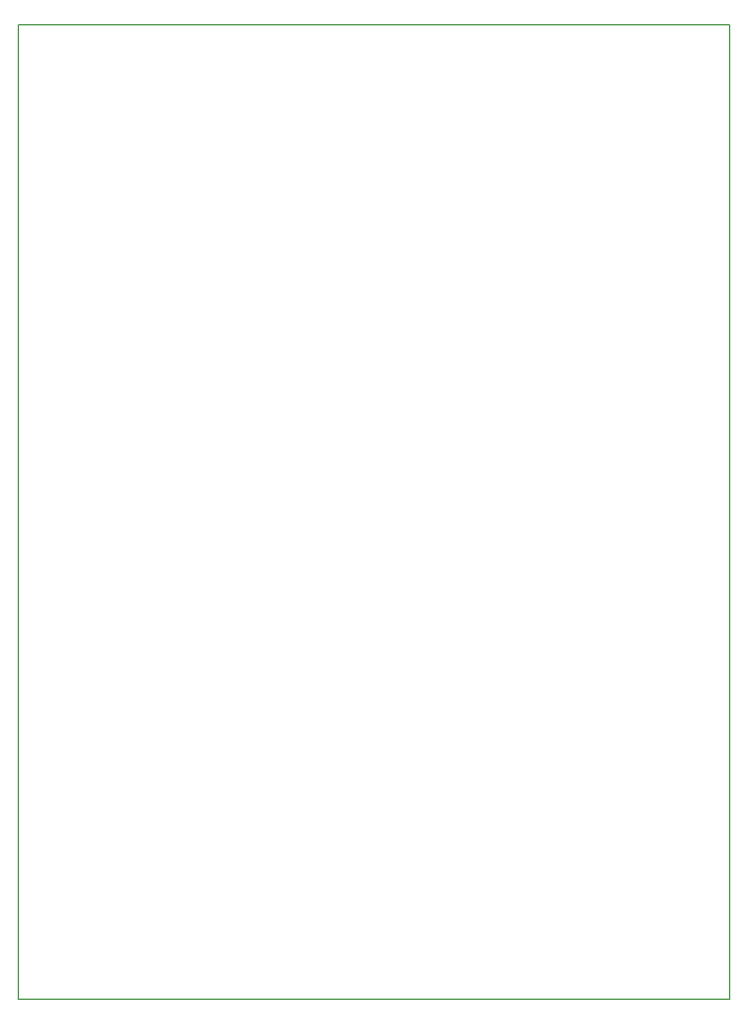
<source format=gbr>
G04 #@! TF.FileFunction,Profile,NP*
%FSLAX46Y46*%
G04 Gerber Fmt 4.6, Leading zero omitted, Abs format (unit mm)*
G04 Created by KiCad (PCBNEW 4.0.7) date 08/18/19 22:54:50*
%MOMM*%
%LPD*%
G01*
G04 APERTURE LIST*
%ADD10C,0.100000*%
%ADD11C,0.150000*%
G04 APERTURE END LIST*
D10*
D11*
X157500000Y-45000000D02*
X62500000Y-45000000D01*
X157500000Y-175000000D02*
X157500000Y-45000000D01*
X62500000Y-175000000D02*
X157500000Y-175000000D01*
X62500000Y-45000000D02*
X62500000Y-175000000D01*
M02*

</source>
